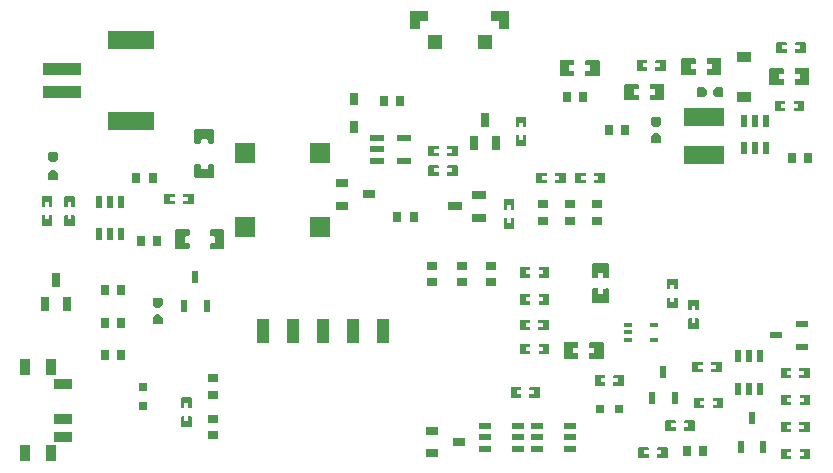
<source format=gtp>
G04 Layer: TopPasteMaskLayer*
G04 EasyEDA v6.5.44, 2024-07-23 11:26:01*
G04 fa6d6c6f67624019b56d640f781358e2,6e2a8d9c20784516b523f05fecaed983,10*
G04 Gerber Generator version 0.2*
G04 Scale: 100 percent, Rotated: No, Reflected: No *
G04 Dimensions in millimeters *
G04 leading zeros omitted , absolute positions ,4 integer and 5 decimal *
%FSLAX45Y45*%
%MOMM*%

%AMMACRO1*4,1,6,-0.75,0.755,0.75,0.755,0.75,-0.055,0.05,-0.055,0.05,-0.755,-0.75,-0.755,-0.75,0.755,0*%
%AMMACRO2*4,1,6,0.755,0.75,0.755,-0.75,-0.055,-0.75,-0.055,-0.05,-0.755,-0.05,-0.755,0.75,0.755,0.75,0*%
%AMMACRO3*21,1,$1,$2,0,0,$3*%
%ADD10R,1.1500X0.9500*%
%ADD11R,1.0200X2.0000*%
%ADD12R,1.2000X1.2000*%
%ADD13MACRO1*%
%ADD14MACRO2*%
%ADD15R,0.8000X0.4000*%
%ADD16R,0.9000X1.4000*%
%ADD17R,1.5000X0.9000*%
%ADD18R,1.8000X1.8000*%
%ADD19R,3.2000X1.0000*%
%ADD20R,4.0000X1.5000*%
%ADD21R,0.7500X1.0000*%
%ADD22R,1.0000X0.8000*%
%ADD23R,0.8000X0.9000*%
%ADD24R,0.8000X0.8000*%
%ADD25R,0.9000X0.8000*%
%ADD26R,0.5320X1.0375*%
%ADD27MACRO3,0.532X1.0375X90.0000*%
%ADD28R,3.5000X1.6000*%
%ADD29R,1.2500X0.7000*%
%ADD30R,0.7000X1.2500*%
%ADD31R,0.6000X1.0700*%
%ADD32R,1.0000X0.5500*%
%ADD33R,0.5500X1.0000*%
%ADD34R,0.5320X1.0720*%
%ADD35R,1.1570X0.4900*%
%ADD36R,1.1750X0.4900*%
%ADD37R,0.6000X1.1000*%
%ADD38R,0.0112X1.1000*%

%LPD*%
G36*
X1537868Y-1163370D02*
G01*
X1527860Y-1173327D01*
X1527860Y-1274114D01*
X1537868Y-1284122D01*
X1573987Y-1284122D01*
X1583994Y-1274114D01*
X1583994Y-1253032D01*
X1594002Y-1243025D01*
X1631797Y-1243025D01*
X1641805Y-1253032D01*
X1641805Y-1274114D01*
X1651812Y-1284122D01*
X1687931Y-1284122D01*
X1697939Y-1274114D01*
X1697939Y-1173327D01*
X1687931Y-1163370D01*
G37*
G36*
X1537868Y-1459077D02*
G01*
X1527860Y-1469085D01*
X1527860Y-1569872D01*
X1537868Y-1579829D01*
X1687931Y-1579829D01*
X1697939Y-1569872D01*
X1697939Y-1469085D01*
X1687931Y-1459077D01*
X1651812Y-1459077D01*
X1641805Y-1469085D01*
X1641805Y-1490167D01*
X1631797Y-1500174D01*
X1594002Y-1500174D01*
X1583994Y-1490167D01*
X1583994Y-1469085D01*
X1573987Y-1459077D01*
G37*
G36*
X1672285Y-2010460D02*
G01*
X1662277Y-2020468D01*
X1662277Y-2056587D01*
X1672285Y-2066594D01*
X1693367Y-2066594D01*
X1703374Y-2076602D01*
X1703374Y-2114397D01*
X1693367Y-2124405D01*
X1672285Y-2124405D01*
X1662277Y-2134412D01*
X1662277Y-2170531D01*
X1672285Y-2180539D01*
X1773072Y-2180539D01*
X1783029Y-2170531D01*
X1783029Y-2020468D01*
X1773072Y-2010460D01*
G37*
G36*
X1376527Y-2010460D02*
G01*
X1366570Y-2020468D01*
X1366570Y-2170531D01*
X1376527Y-2180539D01*
X1477314Y-2180539D01*
X1487322Y-2170531D01*
X1487322Y-2134412D01*
X1477314Y-2124405D01*
X1456232Y-2124405D01*
X1446225Y-2114397D01*
X1446225Y-2076602D01*
X1456232Y-2066594D01*
X1477314Y-2066594D01*
X1487322Y-2056587D01*
X1487322Y-2020468D01*
X1477314Y-2010460D01*
G37*
G36*
X4873498Y-2968294D02*
G01*
X4868519Y-2973324D01*
X4868976Y-3015284D01*
X4913020Y-3015284D01*
X4913020Y-3060293D01*
X4868011Y-3060293D01*
X4868519Y-3101289D01*
X4873498Y-3106318D01*
X4988509Y-3106318D01*
X4993487Y-3101289D01*
X4993487Y-2973324D01*
X4988509Y-2968294D01*
G37*
G36*
X4658512Y-2968294D02*
G01*
X4653483Y-2973324D01*
X4653483Y-3101289D01*
X4658512Y-3106318D01*
X4773523Y-3106318D01*
X4778502Y-3101289D01*
X4777994Y-3060293D01*
X4734001Y-3060293D01*
X4734001Y-3015284D01*
X4778502Y-3015284D01*
X4778502Y-2973324D01*
X4773523Y-2968294D01*
G37*
G36*
X4903724Y-2296312D02*
G01*
X4898694Y-2301290D01*
X4898694Y-2416302D01*
X4903724Y-2421280D01*
X4945684Y-2420823D01*
X4945684Y-2376779D01*
X4990693Y-2376779D01*
X4990693Y-2421788D01*
X5031689Y-2421280D01*
X5036718Y-2416302D01*
X5036718Y-2301290D01*
X5031689Y-2296312D01*
G37*
G36*
X4903724Y-2511298D02*
G01*
X4898694Y-2516276D01*
X4898694Y-2631287D01*
X4903724Y-2636316D01*
X5031689Y-2636316D01*
X5036718Y-2631287D01*
X5036718Y-2516276D01*
X5031689Y-2511298D01*
X4990693Y-2511806D01*
X4990693Y-2555798D01*
X4945684Y-2555798D01*
X4945684Y-2511298D01*
G37*
G36*
X293420Y-1357528D02*
G01*
X287020Y-1363929D01*
X287020Y-1414272D01*
X316382Y-1441704D01*
X344017Y-1441704D01*
X373380Y-1414272D01*
X373380Y-1363929D01*
X366979Y-1357528D01*
G37*
G36*
X316382Y-1504696D02*
G01*
X287020Y-1532128D01*
X287020Y-1582470D01*
X293420Y-1588871D01*
X366979Y-1588871D01*
X373380Y-1582470D01*
X373380Y-1532128D01*
X344017Y-1504696D01*
G37*
G36*
X6400901Y-648563D02*
G01*
X6395872Y-653542D01*
X6395872Y-781558D01*
X6400901Y-786536D01*
X6515912Y-786536D01*
X6520891Y-781558D01*
X6520383Y-739546D01*
X6476390Y-739546D01*
X6476390Y-694537D01*
X6521399Y-694537D01*
X6520891Y-653542D01*
X6515912Y-648563D01*
G37*
G36*
X6615887Y-648563D02*
G01*
X6610908Y-653542D01*
X6611416Y-694537D01*
X6655409Y-694537D01*
X6655409Y-739546D01*
X6610908Y-739546D01*
X6610908Y-781558D01*
X6615887Y-786536D01*
X6730898Y-786536D01*
X6735876Y-781558D01*
X6735876Y-653542D01*
X6730898Y-648563D01*
G37*
G36*
X4446422Y-2774391D02*
G01*
X4441393Y-2779420D01*
X4441393Y-2802178D01*
X4478375Y-2802178D01*
X4478375Y-2835198D01*
X4441393Y-2835198D01*
X4441393Y-2859379D01*
X4446422Y-2864408D01*
X4526381Y-2864408D01*
X4531410Y-2859379D01*
X4531410Y-2779420D01*
X4526381Y-2774391D01*
G37*
G36*
X4287418Y-2774391D02*
G01*
X4282389Y-2779420D01*
X4282389Y-2859379D01*
X4287418Y-2864408D01*
X4366412Y-2864408D01*
X4371390Y-2859379D01*
X4371390Y-2835198D01*
X4333392Y-2835198D01*
X4333392Y-2802178D01*
X4371390Y-2802178D01*
X4371390Y-2779420D01*
X4366412Y-2774391D01*
G37*
G36*
X4287418Y-2977591D02*
G01*
X4282389Y-2982620D01*
X4282389Y-3062579D01*
X4287418Y-3067608D01*
X4367377Y-3067608D01*
X4372406Y-3062579D01*
X4372406Y-3039821D01*
X4335424Y-3039821D01*
X4335424Y-3006801D01*
X4372406Y-3006801D01*
X4372406Y-2982620D01*
X4367377Y-2977591D01*
G37*
G36*
X4447387Y-2977591D02*
G01*
X4442409Y-2982620D01*
X4442409Y-3006801D01*
X4480407Y-3006801D01*
X4480407Y-3039821D01*
X4442409Y-3039821D01*
X4442409Y-3062579D01*
X4447387Y-3067608D01*
X4526381Y-3067608D01*
X4531410Y-3062579D01*
X4531410Y-2982620D01*
X4526381Y-2977591D01*
G37*
G36*
X4287418Y-2329891D02*
G01*
X4282389Y-2334920D01*
X4282389Y-2414879D01*
X4287418Y-2419908D01*
X4367377Y-2419908D01*
X4372406Y-2414879D01*
X4372406Y-2392121D01*
X4335424Y-2392121D01*
X4335424Y-2359101D01*
X4372406Y-2359101D01*
X4372406Y-2334920D01*
X4367377Y-2329891D01*
G37*
G36*
X4447387Y-2329891D02*
G01*
X4442409Y-2334920D01*
X4442409Y-2359101D01*
X4480407Y-2359101D01*
X4480407Y-2392121D01*
X4442409Y-2392121D01*
X4442409Y-2414879D01*
X4447387Y-2419908D01*
X4526381Y-2419908D01*
X4531410Y-2414879D01*
X4531410Y-2334920D01*
X4526381Y-2329891D01*
G37*
G36*
X4287418Y-2558491D02*
G01*
X4282389Y-2563520D01*
X4282389Y-2643479D01*
X4287418Y-2648508D01*
X4367377Y-2648508D01*
X4372406Y-2643479D01*
X4372406Y-2620721D01*
X4335424Y-2620721D01*
X4335424Y-2587701D01*
X4372406Y-2587701D01*
X4372406Y-2563520D01*
X4367377Y-2558491D01*
G37*
G36*
X4447387Y-2558491D02*
G01*
X4442409Y-2563520D01*
X4442409Y-2587701D01*
X4480407Y-2587701D01*
X4480407Y-2620721D01*
X4442409Y-2620721D01*
X4442409Y-2643479D01*
X4447387Y-2648508D01*
X4526381Y-2648508D01*
X4531410Y-2643479D01*
X4531410Y-2563520D01*
X4526381Y-2558491D01*
G37*
G36*
X4625390Y-576681D02*
G01*
X4620412Y-581710D01*
X4620412Y-709676D01*
X4625390Y-714705D01*
X4740402Y-714705D01*
X4745380Y-709676D01*
X4744923Y-667715D01*
X4700879Y-667715D01*
X4700879Y-622706D01*
X4745888Y-622706D01*
X4745380Y-581710D01*
X4740402Y-576681D01*
G37*
G36*
X4840376Y-576681D02*
G01*
X4835398Y-581710D01*
X4835906Y-622706D01*
X4879898Y-622706D01*
X4879898Y-667715D01*
X4835398Y-667715D01*
X4835398Y-709676D01*
X4840376Y-714705D01*
X4955387Y-714705D01*
X4960416Y-709676D01*
X4960416Y-581710D01*
X4955387Y-576681D01*
G37*
G36*
X5171490Y-779881D02*
G01*
X5166512Y-784910D01*
X5166512Y-912876D01*
X5171490Y-917905D01*
X5286502Y-917905D01*
X5291480Y-912876D01*
X5291023Y-870915D01*
X5246979Y-870915D01*
X5246979Y-825906D01*
X5291988Y-825906D01*
X5291480Y-784910D01*
X5286502Y-779881D01*
G37*
G36*
X5386476Y-779881D02*
G01*
X5381498Y-784910D01*
X5382006Y-825906D01*
X5425998Y-825906D01*
X5425998Y-870915D01*
X5381498Y-870915D01*
X5381498Y-912876D01*
X5386476Y-917905D01*
X5501487Y-917905D01*
X5506516Y-912876D01*
X5506516Y-784910D01*
X5501487Y-779881D01*
G37*
G36*
X5654090Y-563981D02*
G01*
X5649112Y-569010D01*
X5649112Y-696976D01*
X5654090Y-702005D01*
X5769102Y-702005D01*
X5774080Y-696976D01*
X5773623Y-655015D01*
X5729579Y-655015D01*
X5729579Y-610006D01*
X5774588Y-610006D01*
X5774080Y-569010D01*
X5769102Y-563981D01*
G37*
G36*
X5869076Y-563981D02*
G01*
X5864098Y-569010D01*
X5864606Y-610006D01*
X5908598Y-610006D01*
X5908598Y-655015D01*
X5864098Y-655015D01*
X5864098Y-696976D01*
X5869076Y-702005D01*
X5984087Y-702005D01*
X5989116Y-696976D01*
X5989116Y-569010D01*
X5984087Y-563981D01*
G37*
G36*
X5399278Y-1059078D02*
G01*
X5392877Y-1065479D01*
X5392877Y-1115822D01*
X5422239Y-1143254D01*
X5449874Y-1143254D01*
X5479288Y-1115822D01*
X5479288Y-1065479D01*
X5472887Y-1059078D01*
G37*
G36*
X5423357Y-1194816D02*
G01*
X5393994Y-1222248D01*
X5393994Y-1272540D01*
X5400395Y-1278940D01*
X5474004Y-1278940D01*
X5480405Y-1272540D01*
X5480405Y-1222248D01*
X5451043Y-1194816D01*
G37*
G36*
X1204925Y-2730246D02*
G01*
X1175512Y-2757678D01*
X1175512Y-2808020D01*
X1181912Y-2814421D01*
X1255522Y-2814421D01*
X1261922Y-2808020D01*
X1261922Y-2757678D01*
X1232560Y-2730246D01*
G37*
G36*
X1180795Y-2594559D02*
G01*
X1174394Y-2600960D01*
X1174394Y-2651252D01*
X1203756Y-2678684D01*
X1231442Y-2678684D01*
X1260805Y-2651252D01*
X1260805Y-2600960D01*
X1254404Y-2594559D01*
G37*
G36*
X5789879Y-807212D02*
G01*
X5783478Y-813612D01*
X5783478Y-887221D01*
X5789879Y-893622D01*
X5840222Y-893622D01*
X5867654Y-864260D01*
X5867654Y-836625D01*
X5840222Y-807212D01*
G37*
G36*
X5946597Y-806094D02*
G01*
X5919216Y-835456D01*
X5919216Y-863142D01*
X5946597Y-892505D01*
X5996940Y-892505D01*
X6003340Y-886104D01*
X6003340Y-812495D01*
X5996940Y-806094D01*
G37*
G36*
X5449722Y-3853891D02*
G01*
X5444693Y-3858920D01*
X5444693Y-3881678D01*
X5481675Y-3881678D01*
X5481675Y-3914698D01*
X5444693Y-3914698D01*
X5444693Y-3938879D01*
X5449722Y-3943908D01*
X5529681Y-3943908D01*
X5534710Y-3938879D01*
X5534710Y-3858920D01*
X5529681Y-3853891D01*
G37*
G36*
X5290718Y-3853891D02*
G01*
X5285689Y-3858920D01*
X5285689Y-3938879D01*
X5290718Y-3943908D01*
X5369712Y-3943908D01*
X5374690Y-3938879D01*
X5374690Y-3914698D01*
X5336692Y-3914698D01*
X5336692Y-3881678D01*
X5374690Y-3881678D01*
X5374690Y-3858920D01*
X5369712Y-3853891D01*
G37*
G36*
X5535320Y-2428189D02*
G01*
X5530291Y-2433218D01*
X5530291Y-2513177D01*
X5535320Y-2518206D01*
X5558078Y-2518206D01*
X5558078Y-2481173D01*
X5591098Y-2481173D01*
X5591098Y-2518206D01*
X5615279Y-2518206D01*
X5620308Y-2513177D01*
X5620308Y-2433218D01*
X5615279Y-2428189D01*
G37*
G36*
X5535320Y-2588209D02*
G01*
X5530291Y-2593187D01*
X5530291Y-2672181D01*
X5535320Y-2677210D01*
X5615279Y-2677210D01*
X5620308Y-2672181D01*
X5620308Y-2593187D01*
X5615279Y-2588209D01*
X5591098Y-2588209D01*
X5591098Y-2626207D01*
X5558078Y-2626207D01*
X5558078Y-2588209D01*
G37*
G36*
X6656222Y-3180791D02*
G01*
X6651193Y-3185820D01*
X6651193Y-3208578D01*
X6688175Y-3208578D01*
X6688175Y-3241598D01*
X6651193Y-3241598D01*
X6651193Y-3265779D01*
X6656222Y-3270808D01*
X6736181Y-3270808D01*
X6741210Y-3265779D01*
X6741210Y-3185820D01*
X6736181Y-3180791D01*
G37*
G36*
X6497218Y-3180791D02*
G01*
X6492189Y-3185820D01*
X6492189Y-3265779D01*
X6497218Y-3270808D01*
X6576212Y-3270808D01*
X6581190Y-3265779D01*
X6581190Y-3241598D01*
X6543192Y-3241598D01*
X6543192Y-3208578D01*
X6581190Y-3208578D01*
X6581190Y-3185820D01*
X6576212Y-3180791D01*
G37*
G36*
X6497218Y-3409391D02*
G01*
X6492189Y-3414420D01*
X6492189Y-3494379D01*
X6497218Y-3499408D01*
X6577177Y-3499408D01*
X6582206Y-3494379D01*
X6582206Y-3471621D01*
X6545224Y-3471621D01*
X6545224Y-3438601D01*
X6582206Y-3438601D01*
X6582206Y-3414420D01*
X6577177Y-3409391D01*
G37*
G36*
X6657187Y-3409391D02*
G01*
X6652209Y-3414420D01*
X6652209Y-3438601D01*
X6690207Y-3438601D01*
X6690207Y-3471621D01*
X6652209Y-3471621D01*
X6652209Y-3494379D01*
X6657187Y-3499408D01*
X6736181Y-3499408D01*
X6741210Y-3494379D01*
X6741210Y-3414420D01*
X6736181Y-3409391D01*
G37*
G36*
X6497218Y-3866591D02*
G01*
X6492189Y-3871620D01*
X6492189Y-3951579D01*
X6497218Y-3956608D01*
X6577177Y-3956608D01*
X6582206Y-3951579D01*
X6582206Y-3928821D01*
X6545224Y-3928821D01*
X6545224Y-3895801D01*
X6582206Y-3895801D01*
X6582206Y-3871620D01*
X6577177Y-3866591D01*
G37*
G36*
X6657187Y-3866591D02*
G01*
X6652209Y-3871620D01*
X6652209Y-3895801D01*
X6690207Y-3895801D01*
X6690207Y-3928821D01*
X6652209Y-3928821D01*
X6652209Y-3951579D01*
X6657187Y-3956608D01*
X6736181Y-3956608D01*
X6741210Y-3951579D01*
X6741210Y-3871620D01*
X6736181Y-3866591D01*
G37*
G36*
X6656222Y-3637991D02*
G01*
X6651193Y-3643020D01*
X6651193Y-3665778D01*
X6688175Y-3665778D01*
X6688175Y-3698798D01*
X6651193Y-3698798D01*
X6651193Y-3722979D01*
X6656222Y-3728008D01*
X6736181Y-3728008D01*
X6741210Y-3722979D01*
X6741210Y-3643020D01*
X6736181Y-3637991D01*
G37*
G36*
X6497218Y-3637991D02*
G01*
X6492189Y-3643020D01*
X6492189Y-3722979D01*
X6497218Y-3728008D01*
X6576212Y-3728008D01*
X6581190Y-3722979D01*
X6581190Y-3698798D01*
X6543192Y-3698798D01*
X6543192Y-3665778D01*
X6581190Y-3665778D01*
X6581190Y-3643020D01*
X6576212Y-3637991D01*
G37*
G36*
X4916322Y-1529791D02*
G01*
X4911293Y-1534820D01*
X4911293Y-1557578D01*
X4948275Y-1557578D01*
X4948275Y-1590598D01*
X4911293Y-1590598D01*
X4911293Y-1614779D01*
X4916322Y-1619808D01*
X4996281Y-1619808D01*
X5001310Y-1614779D01*
X5001310Y-1534820D01*
X4996281Y-1529791D01*
G37*
G36*
X4757318Y-1529791D02*
G01*
X4752289Y-1534820D01*
X4752289Y-1614779D01*
X4757318Y-1619808D01*
X4836312Y-1619808D01*
X4841290Y-1614779D01*
X4841290Y-1590598D01*
X4803292Y-1590598D01*
X4803292Y-1557578D01*
X4841290Y-1557578D01*
X4841290Y-1534820D01*
X4836312Y-1529791D01*
G37*
G36*
X4586122Y-1529791D02*
G01*
X4581093Y-1534820D01*
X4581093Y-1557578D01*
X4618075Y-1557578D01*
X4618075Y-1590598D01*
X4581093Y-1590598D01*
X4581093Y-1614779D01*
X4586122Y-1619808D01*
X4666081Y-1619808D01*
X4671110Y-1614779D01*
X4671110Y-1534820D01*
X4666081Y-1529791D01*
G37*
G36*
X4427118Y-1529791D02*
G01*
X4422089Y-1534820D01*
X4422089Y-1614779D01*
X4427118Y-1619808D01*
X4506112Y-1619808D01*
X4511090Y-1614779D01*
X4511090Y-1590598D01*
X4473092Y-1590598D01*
X4473092Y-1557578D01*
X4511090Y-1557578D01*
X4511090Y-1534820D01*
X4506112Y-1529791D01*
G37*
G36*
X4370222Y-3345891D02*
G01*
X4365193Y-3350920D01*
X4365193Y-3373678D01*
X4402175Y-3373678D01*
X4402175Y-3406698D01*
X4365193Y-3406698D01*
X4365193Y-3430879D01*
X4370222Y-3435908D01*
X4450181Y-3435908D01*
X4455210Y-3430879D01*
X4455210Y-3350920D01*
X4450181Y-3345891D01*
G37*
G36*
X4211218Y-3345891D02*
G01*
X4206189Y-3350920D01*
X4206189Y-3430879D01*
X4211218Y-3435908D01*
X4290212Y-3435908D01*
X4295190Y-3430879D01*
X4295190Y-3406698D01*
X4257192Y-3406698D01*
X4257192Y-3373678D01*
X4295190Y-3373678D01*
X4295190Y-3350920D01*
X4290212Y-3345891D01*
G37*
G36*
X6446418Y-920191D02*
G01*
X6441389Y-925220D01*
X6441389Y-1005179D01*
X6446418Y-1010208D01*
X6526377Y-1010208D01*
X6531406Y-1005179D01*
X6531406Y-982421D01*
X6494424Y-982421D01*
X6494424Y-949401D01*
X6531406Y-949401D01*
X6531406Y-925220D01*
X6526377Y-920191D01*
G37*
G36*
X6606387Y-920191D02*
G01*
X6601409Y-925220D01*
X6601409Y-949401D01*
X6639407Y-949401D01*
X6639407Y-982421D01*
X6601409Y-982421D01*
X6601409Y-1005179D01*
X6606387Y-1010208D01*
X6685381Y-1010208D01*
X6690410Y-1005179D01*
X6690410Y-925220D01*
X6685381Y-920191D01*
G37*
G36*
X1420520Y-3431489D02*
G01*
X1415491Y-3436518D01*
X1415491Y-3516477D01*
X1420520Y-3521506D01*
X1443278Y-3521506D01*
X1443278Y-3484473D01*
X1476298Y-3484473D01*
X1476298Y-3521506D01*
X1500479Y-3521506D01*
X1505508Y-3516477D01*
X1505508Y-3436518D01*
X1500479Y-3431489D01*
G37*
G36*
X1420520Y-3591509D02*
G01*
X1415491Y-3596487D01*
X1415491Y-3675481D01*
X1420520Y-3680510D01*
X1500479Y-3680510D01*
X1505508Y-3675481D01*
X1505508Y-3596487D01*
X1500479Y-3591509D01*
X1476298Y-3591509D01*
X1476298Y-3629507D01*
X1443278Y-3629507D01*
X1443278Y-3591509D01*
G37*
G36*
X1277518Y-1707591D02*
G01*
X1272489Y-1712620D01*
X1272489Y-1792579D01*
X1277518Y-1797608D01*
X1357477Y-1797608D01*
X1362506Y-1792579D01*
X1362506Y-1769821D01*
X1325473Y-1769821D01*
X1325473Y-1736801D01*
X1362506Y-1736801D01*
X1362506Y-1712620D01*
X1357477Y-1707591D01*
G37*
G36*
X1437487Y-1707591D02*
G01*
X1432509Y-1712620D01*
X1432509Y-1736801D01*
X1470507Y-1736801D01*
X1470507Y-1769821D01*
X1432509Y-1769821D01*
X1432509Y-1792579D01*
X1437487Y-1797608D01*
X1516481Y-1797608D01*
X1521510Y-1792579D01*
X1521510Y-1712620D01*
X1516481Y-1707591D01*
G37*
G36*
X5713120Y-2764993D02*
G01*
X5708091Y-2770022D01*
X5708091Y-2849981D01*
X5713120Y-2855010D01*
X5793079Y-2855010D01*
X5798108Y-2849981D01*
X5798108Y-2770022D01*
X5793079Y-2764993D01*
X5770321Y-2764993D01*
X5770321Y-2802026D01*
X5737301Y-2802026D01*
X5737301Y-2764993D01*
G37*
G36*
X5713120Y-2605989D02*
G01*
X5708091Y-2611018D01*
X5708091Y-2690012D01*
X5713120Y-2694990D01*
X5737301Y-2694990D01*
X5737301Y-2656992D01*
X5770321Y-2656992D01*
X5770321Y-2694990D01*
X5793079Y-2694990D01*
X5798108Y-2690012D01*
X5798108Y-2611018D01*
X5793079Y-2605989D01*
G37*
G36*
X6459118Y-424891D02*
G01*
X6454089Y-429920D01*
X6454089Y-509879D01*
X6459118Y-514908D01*
X6539077Y-514908D01*
X6544106Y-509879D01*
X6544106Y-487121D01*
X6507124Y-487121D01*
X6507124Y-454101D01*
X6544106Y-454101D01*
X6544106Y-429920D01*
X6539077Y-424891D01*
G37*
G36*
X6619087Y-424891D02*
G01*
X6614109Y-429920D01*
X6614109Y-454101D01*
X6652107Y-454101D01*
X6652107Y-487121D01*
X6614109Y-487121D01*
X6614109Y-509879D01*
X6619087Y-514908D01*
X6698081Y-514908D01*
X6703110Y-509879D01*
X6703110Y-429920D01*
X6698081Y-424891D01*
G37*
G36*
X5678322Y-3625291D02*
G01*
X5673293Y-3630320D01*
X5673293Y-3653078D01*
X5710275Y-3653078D01*
X5710275Y-3686098D01*
X5673293Y-3686098D01*
X5673293Y-3710279D01*
X5678322Y-3715308D01*
X5758281Y-3715308D01*
X5763310Y-3710279D01*
X5763310Y-3630320D01*
X5758281Y-3625291D01*
G37*
G36*
X5519318Y-3625291D02*
G01*
X5514289Y-3630320D01*
X5514289Y-3710279D01*
X5519318Y-3715308D01*
X5598312Y-3715308D01*
X5603290Y-3710279D01*
X5603290Y-3686098D01*
X5565292Y-3686098D01*
X5565292Y-3653078D01*
X5603290Y-3653078D01*
X5603290Y-3630320D01*
X5598312Y-3625291D01*
G37*
G36*
X5760618Y-3434791D02*
G01*
X5755589Y-3439820D01*
X5755589Y-3519779D01*
X5760618Y-3524808D01*
X5840577Y-3524808D01*
X5845606Y-3519779D01*
X5845606Y-3497021D01*
X5808624Y-3497021D01*
X5808624Y-3464001D01*
X5845606Y-3464001D01*
X5845606Y-3439820D01*
X5840577Y-3434791D01*
G37*
G36*
X5920587Y-3434791D02*
G01*
X5915609Y-3439820D01*
X5915609Y-3464001D01*
X5953607Y-3464001D01*
X5953607Y-3497021D01*
X5915609Y-3497021D01*
X5915609Y-3519779D01*
X5920587Y-3524808D01*
X5999581Y-3524808D01*
X6004610Y-3519779D01*
X6004610Y-3439820D01*
X5999581Y-3434791D01*
G37*
G36*
X5747918Y-3129991D02*
G01*
X5742889Y-3135020D01*
X5742889Y-3214979D01*
X5747918Y-3220008D01*
X5827877Y-3220008D01*
X5832906Y-3214979D01*
X5832906Y-3192221D01*
X5795924Y-3192221D01*
X5795924Y-3159201D01*
X5832906Y-3159201D01*
X5832906Y-3135020D01*
X5827877Y-3129991D01*
G37*
G36*
X5907887Y-3129991D02*
G01*
X5902909Y-3135020D01*
X5902909Y-3159201D01*
X5940907Y-3159201D01*
X5940907Y-3192221D01*
X5902909Y-3192221D01*
X5902909Y-3214979D01*
X5907887Y-3220008D01*
X5986881Y-3220008D01*
X5991910Y-3214979D01*
X5991910Y-3135020D01*
X5986881Y-3129991D01*
G37*
G36*
X5437022Y-577291D02*
G01*
X5431993Y-582320D01*
X5431993Y-605078D01*
X5468975Y-605078D01*
X5468975Y-638098D01*
X5431993Y-638098D01*
X5431993Y-662279D01*
X5437022Y-667308D01*
X5516981Y-667308D01*
X5522010Y-662279D01*
X5522010Y-582320D01*
X5516981Y-577291D01*
G37*
G36*
X5278018Y-577291D02*
G01*
X5272989Y-582320D01*
X5272989Y-662279D01*
X5278018Y-667308D01*
X5357012Y-667308D01*
X5361990Y-662279D01*
X5361990Y-638098D01*
X5323992Y-638098D01*
X5323992Y-605078D01*
X5361990Y-605078D01*
X5361990Y-582320D01*
X5357012Y-577291D01*
G37*
G36*
X4151020Y-1755089D02*
G01*
X4145991Y-1760118D01*
X4145991Y-1840077D01*
X4151020Y-1845106D01*
X4173778Y-1845106D01*
X4173778Y-1808073D01*
X4206798Y-1808073D01*
X4206798Y-1845106D01*
X4230979Y-1845106D01*
X4236008Y-1840077D01*
X4236008Y-1760118D01*
X4230979Y-1755089D01*
G37*
G36*
X4151020Y-1915109D02*
G01*
X4145991Y-1920087D01*
X4145991Y-1999081D01*
X4151020Y-2004110D01*
X4230979Y-2004110D01*
X4236008Y-1999081D01*
X4236008Y-1920087D01*
X4230979Y-1915109D01*
X4206798Y-1915109D01*
X4206798Y-1953107D01*
X4173778Y-1953107D01*
X4173778Y-1915109D01*
G37*
G36*
X3512718Y-1466291D02*
G01*
X3507689Y-1471320D01*
X3507689Y-1551279D01*
X3512718Y-1556308D01*
X3592677Y-1556308D01*
X3597706Y-1551279D01*
X3597706Y-1528521D01*
X3560724Y-1528521D01*
X3560724Y-1495501D01*
X3597706Y-1495501D01*
X3597706Y-1471320D01*
X3592677Y-1466291D01*
G37*
G36*
X3672687Y-1466291D02*
G01*
X3667709Y-1471320D01*
X3667709Y-1495501D01*
X3705707Y-1495501D01*
X3705707Y-1528521D01*
X3667709Y-1528521D01*
X3667709Y-1551279D01*
X3672687Y-1556308D01*
X3751681Y-1556308D01*
X3756710Y-1551279D01*
X3756710Y-1471320D01*
X3751681Y-1466291D01*
G37*
G36*
X4252620Y-1215593D02*
G01*
X4247591Y-1220622D01*
X4247591Y-1300581D01*
X4252620Y-1305610D01*
X4332579Y-1305610D01*
X4337608Y-1300581D01*
X4337608Y-1220622D01*
X4332579Y-1215593D01*
X4309821Y-1215593D01*
X4309821Y-1252626D01*
X4276801Y-1252626D01*
X4276801Y-1215593D01*
G37*
G36*
X4252620Y-1056589D02*
G01*
X4247591Y-1061618D01*
X4247591Y-1140612D01*
X4252620Y-1145590D01*
X4276801Y-1145590D01*
X4276801Y-1107592D01*
X4309821Y-1107592D01*
X4309821Y-1145590D01*
X4332579Y-1145590D01*
X4337608Y-1140612D01*
X4337608Y-1061618D01*
X4332579Y-1056589D01*
G37*
G36*
X239420Y-1888693D02*
G01*
X234391Y-1893722D01*
X234391Y-1973681D01*
X239420Y-1978710D01*
X319379Y-1978710D01*
X324408Y-1973681D01*
X324408Y-1893722D01*
X319379Y-1888693D01*
X296621Y-1888693D01*
X296621Y-1925726D01*
X263601Y-1925726D01*
X263601Y-1888693D01*
G37*
G36*
X239420Y-1729689D02*
G01*
X234391Y-1734718D01*
X234391Y-1813712D01*
X239420Y-1818690D01*
X263601Y-1818690D01*
X263601Y-1780692D01*
X296621Y-1780692D01*
X296621Y-1818690D01*
X319379Y-1818690D01*
X324408Y-1813712D01*
X324408Y-1734718D01*
X319379Y-1729689D01*
G37*
G36*
X429920Y-1888693D02*
G01*
X424891Y-1893722D01*
X424891Y-1973681D01*
X429920Y-1978710D01*
X509879Y-1978710D01*
X514908Y-1973681D01*
X514908Y-1893722D01*
X509879Y-1888693D01*
X487121Y-1888693D01*
X487121Y-1925726D01*
X454101Y-1925726D01*
X454101Y-1888693D01*
G37*
G36*
X429920Y-1729689D02*
G01*
X424891Y-1734718D01*
X424891Y-1813712D01*
X429920Y-1818690D01*
X454101Y-1818690D01*
X454101Y-1780692D01*
X487121Y-1780692D01*
X487121Y-1818690D01*
X509879Y-1818690D01*
X514908Y-1813712D01*
X514908Y-1734718D01*
X509879Y-1729689D01*
G37*
G36*
X3512718Y-1301191D02*
G01*
X3507689Y-1306220D01*
X3507689Y-1386179D01*
X3512718Y-1391208D01*
X3592677Y-1391208D01*
X3597706Y-1386179D01*
X3597706Y-1363421D01*
X3560724Y-1363421D01*
X3560724Y-1330401D01*
X3597706Y-1330401D01*
X3597706Y-1306220D01*
X3592677Y-1301191D01*
G37*
G36*
X3672687Y-1301191D02*
G01*
X3667709Y-1306220D01*
X3667709Y-1330401D01*
X3705707Y-1330401D01*
X3705707Y-1363421D01*
X3667709Y-1363421D01*
X3667709Y-1386179D01*
X3672687Y-1391208D01*
X3751681Y-1391208D01*
X3756710Y-1386179D01*
X3756710Y-1306220D01*
X3751681Y-1301191D01*
G37*
G36*
X5081422Y-3244291D02*
G01*
X5076393Y-3249320D01*
X5076393Y-3272078D01*
X5113375Y-3272078D01*
X5113375Y-3305098D01*
X5076393Y-3305098D01*
X5076393Y-3329279D01*
X5081422Y-3334308D01*
X5161381Y-3334308D01*
X5166410Y-3329279D01*
X5166410Y-3249320D01*
X5161381Y-3244291D01*
G37*
G36*
X4922418Y-3244291D02*
G01*
X4917389Y-3249320D01*
X4917389Y-3329279D01*
X4922418Y-3334308D01*
X5001412Y-3334308D01*
X5006390Y-3329279D01*
X5006390Y-3305098D01*
X4968392Y-3305098D01*
X4968392Y-3272078D01*
X5006390Y-3272078D01*
X5006390Y-3249320D01*
X5001412Y-3244291D01*
G37*
D10*
G01*
X6184900Y-893140D03*
G01*
X6184900Y-554659D03*
D11*
G01*
X3124200Y-2870200D03*
G01*
X2870200Y-2870200D03*
G01*
X2616200Y-2870200D03*
G01*
X2362200Y-2870200D03*
G01*
X2108200Y-2870200D03*
D12*
G01*
X3561918Y-423976D03*
G01*
X3986911Y-421462D03*
D13*
G01*
X3426908Y-239459D03*
D14*
G01*
X4116896Y-236460D03*
D15*
G01*
X5418607Y-2817901D03*
G01*
X5418607Y-2947898D03*
G01*
X5198592Y-2947898D03*
G01*
X5198592Y-2882900D03*
G01*
X5198592Y-2817901D03*
D16*
G01*
X95250Y-3178302D03*
G01*
X95250Y-3908297D03*
G01*
X315239Y-3178302D03*
G01*
X315239Y-3908297D03*
D17*
G01*
X412750Y-3618306D03*
G01*
X412750Y-3768293D03*
G01*
X412750Y-3318306D03*
D18*
G01*
X1958314Y-1361389D03*
G01*
X1958314Y-1991410D03*
G01*
X2588310Y-1991410D03*
G01*
X2588310Y-1361389D03*
D19*
G01*
X403504Y-849299D03*
G01*
X403504Y-649300D03*
D20*
G01*
X993495Y-409295D03*
G01*
X993495Y-1089304D03*
D21*
G01*
X2882900Y-911453D03*
G01*
X2882900Y-1145946D03*
D22*
G01*
X2780588Y-1809495D03*
G01*
X3010611Y-1714500D03*
G01*
X2780614Y-1619504D03*
D23*
G01*
X5835802Y-3886200D03*
G01*
X5695797Y-3886200D03*
D24*
G01*
X1092555Y-3502583D03*
G01*
X1091844Y-3342690D03*
D23*
G01*
X1174902Y-1574800D03*
G01*
X1034897Y-1574800D03*
G01*
X1213002Y-2108200D03*
G01*
X1072997Y-2108200D03*
G01*
X4819802Y-889000D03*
G01*
X4679797Y-889000D03*
D25*
G01*
X3791077Y-2317597D03*
G01*
X3791077Y-2457602D03*
D23*
G01*
X768197Y-3073400D03*
G01*
X908202Y-3073400D03*
D25*
G01*
X3543300Y-2317597D03*
G01*
X3543300Y-2457602D03*
D23*
G01*
X768197Y-2527300D03*
G01*
X908202Y-2527300D03*
G01*
X908202Y-2800883D03*
G01*
X768197Y-2800883D03*
D25*
G01*
X4038320Y-2459151D03*
G01*
X4038320Y-2319146D03*
G01*
X1689100Y-3753002D03*
G01*
X1689100Y-3612997D03*
D23*
G01*
X5035397Y-1168400D03*
G01*
X5175402Y-1168400D03*
D25*
G01*
X1689100Y-3410102D03*
G01*
X1689100Y-3270097D03*
D23*
G01*
X6724802Y-1409700D03*
G01*
X6584797Y-1409700D03*
D25*
G01*
X4940300Y-1796897D03*
G01*
X4940300Y-1936902D03*
G01*
X4711700Y-1796897D03*
G01*
X4711700Y-1936902D03*
D23*
G01*
X3270402Y-927100D03*
G01*
X3130397Y-927100D03*
G01*
X3384702Y-1905000D03*
G01*
X3244697Y-1905000D03*
D25*
G01*
X4483100Y-1796897D03*
G01*
X4483100Y-1936902D03*
D26*
G01*
X5404104Y-3437534D03*
G01*
X5594095Y-3437534D03*
G01*
X5499100Y-3217265D03*
D27*
G01*
X6676025Y-3003299D03*
G01*
X6676025Y-2813300D03*
G01*
X6455774Y-2908300D03*
D28*
G01*
X5842000Y-1379194D03*
G01*
X5842000Y-1059205D03*
D22*
G01*
X3542588Y-3904995D03*
G01*
X3772611Y-3810000D03*
G01*
X3542614Y-3715004D03*
D29*
G01*
X3935399Y-1911095D03*
G01*
X3935399Y-1721104D03*
G01*
X3735400Y-1816100D03*
D30*
G01*
X3892804Y-1281099D03*
G01*
X4082795Y-1281099D03*
G01*
X3987800Y-1081100D03*
G01*
X260604Y-2639999D03*
G01*
X450595Y-2639999D03*
G01*
X355600Y-2440000D03*
D31*
G01*
X1441704Y-2663494D03*
G01*
X1631695Y-2663494D03*
G01*
X1536700Y-2416505D03*
G01*
X6153404Y-3857294D03*
G01*
X6343395Y-3857294D03*
G01*
X6248400Y-3610305D03*
D32*
G01*
X4267504Y-3676904D03*
G01*
X4267504Y-3771900D03*
G01*
X4267504Y-3866895D03*
G01*
X3987495Y-3866895D03*
G01*
X3987495Y-3771900D03*
G01*
X3987495Y-3676904D03*
G01*
X4712004Y-3676904D03*
G01*
X4712004Y-3771900D03*
G01*
X4712004Y-3866895D03*
G01*
X4431995Y-3866895D03*
G01*
X4431995Y-3771900D03*
G01*
X4431995Y-3676904D03*
D33*
G01*
X6128004Y-3085795D03*
G01*
X6223000Y-3085795D03*
G01*
X6317995Y-3085795D03*
G01*
X6317995Y-3365804D03*
G01*
X6223000Y-3365804D03*
G01*
X6128004Y-3365804D03*
D34*
G01*
X6178804Y-1321409D03*
G01*
X6273800Y-1321409D03*
G01*
X6368795Y-1321409D03*
G01*
X6368795Y-1091590D03*
G01*
X6273800Y-1091590D03*
G01*
X6178804Y-1091590D03*
D35*
G01*
X3072333Y-1238504D03*
G01*
X3072333Y-1333500D03*
G01*
X3072333Y-1428495D03*
D36*
G01*
X3303066Y-1428495D03*
G01*
X3303066Y-1238504D03*
D37*
G01*
X717804Y-1782698D03*
G01*
X812800Y-1782698D03*
G01*
X907795Y-1782698D03*
G01*
X907795Y-2052701D03*
G01*
X812800Y-2052701D03*
G01*
X717804Y-2052701D03*
D24*
G01*
X4961966Y-3530955D03*
G01*
X5121859Y-3530244D03*
M02*

</source>
